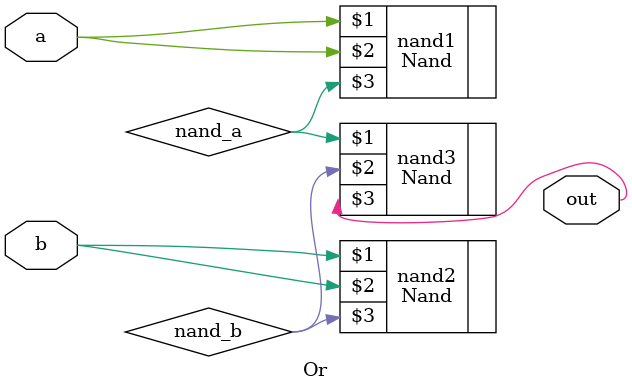
<source format=v>

module Or(input a, b, output out);
  // your code here
  wire nand_a, nand_b;

    // 第一个NAND门，模拟 NAND(A, A)
    Nand nand1(a, a, nand_a);

    // 第二个NAND门，模拟 NAND(B, B)
    Nand nand2(b, b, nand_b);

    // 最后一个NAND门，模拟 NAND(nand_a, nand_b)，得到 OR 结果
    Nand nand3(nand_a, nand_b, out);
endmodule

</source>
